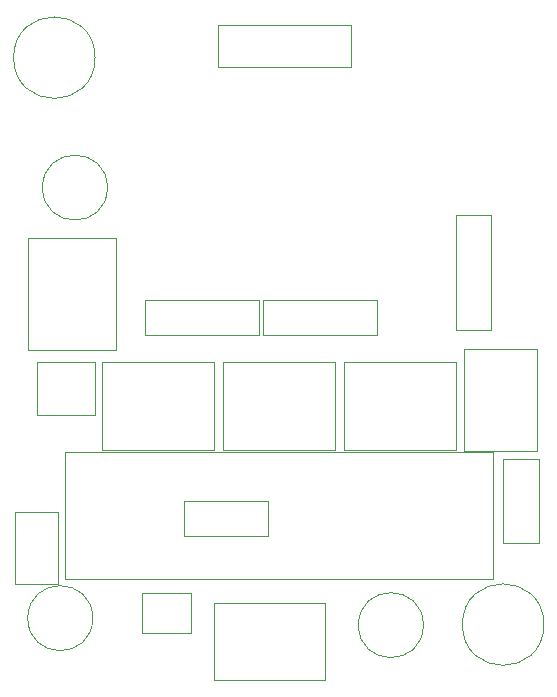
<source format=gbr>
%TF.GenerationSoftware,KiCad,Pcbnew,(6.0.2-0)*%
%TF.CreationDate,2022-04-22T19:08:37+09:30*%
%TF.ProjectId,scrambler,73637261-6d62-46c6-9572-2e6b69636164,1.0*%
%TF.SameCoordinates,Original*%
%TF.FileFunction,Other,User*%
%FSLAX46Y46*%
G04 Gerber Fmt 4.6, Leading zero omitted, Abs format (unit mm)*
G04 Created by KiCad (PCBNEW (6.0.2-0)) date 2022-04-22 19:08:37*
%MOMM*%
%LPD*%
G01*
G04 APERTURE LIST*
%ADD10C,0.050000*%
G04 APERTURE END LIST*
D10*
%TO.C,SW1*%
X38890000Y-51140000D02*
X38890000Y-60140000D01*
X31390000Y-60140000D02*
X31390000Y-51140000D01*
X38890000Y-51140000D02*
X38890000Y-50890000D01*
X38640000Y-60390000D02*
X38890000Y-60390000D01*
X38640000Y-60390000D02*
X31640000Y-60390000D01*
X31390000Y-51140000D02*
X31390000Y-50890000D01*
X31390000Y-50890000D02*
X31640000Y-50890000D01*
X31640000Y-50890000D02*
X38640000Y-50890000D01*
X38890000Y-50890000D02*
X38640000Y-50890000D01*
X38890000Y-60390000D02*
X38890000Y-60140000D01*
X31640000Y-60390000D02*
X31390000Y-60390000D01*
X31390000Y-60390000D02*
X31390000Y-60140000D01*
%TO.C,C3*%
X74640000Y-69590000D02*
X71640000Y-69590000D01*
X74640000Y-76690000D02*
X74640000Y-69590000D01*
X71640000Y-69590000D02*
X71640000Y-76690000D01*
X71640000Y-76690000D02*
X74640000Y-76690000D01*
%TO.C,SW4*%
X58140000Y-61640000D02*
X58140000Y-61390000D01*
X67390000Y-68890000D02*
X67640000Y-68890000D01*
X67640000Y-68890000D02*
X67640000Y-68640000D01*
X67390000Y-61390000D02*
X67640000Y-61390000D01*
X58390000Y-61390000D02*
X67390000Y-61390000D01*
X58140000Y-61390000D02*
X58390000Y-61390000D01*
X58140000Y-68640000D02*
X58140000Y-61640000D01*
X58140000Y-68890000D02*
X58390000Y-68890000D01*
X67640000Y-61390000D02*
X67640000Y-61640000D01*
X58140000Y-68640000D02*
X58140000Y-68890000D01*
X67390000Y-68890000D02*
X58390000Y-68890000D01*
X67640000Y-61640000D02*
X67640000Y-68640000D01*
%TO.C,C1*%
X36890000Y-83095113D02*
G75*
G03*
X36890000Y-83095113I-2750000J0D01*
G01*
%TO.C,C2*%
X64890000Y-83684888D02*
G75*
G03*
X64890000Y-83684888I-2750000J0D01*
G01*
%TO.C,R3*%
X51000000Y-59140000D02*
X51000000Y-56140000D01*
X51000000Y-56140000D02*
X41280000Y-56140000D01*
X41280000Y-59140000D02*
X51000000Y-59140000D01*
X41280000Y-56140000D02*
X41280000Y-59140000D01*
%TO.C,SW3*%
X57390000Y-61390000D02*
X57390000Y-61640000D01*
X47890000Y-61640000D02*
X47890000Y-61390000D01*
X47890000Y-68640000D02*
X47890000Y-61640000D01*
X48140000Y-61390000D02*
X57140000Y-61390000D01*
X47890000Y-61390000D02*
X48140000Y-61390000D01*
X57390000Y-68890000D02*
X57390000Y-68640000D01*
X47890000Y-68890000D02*
X48140000Y-68890000D01*
X57140000Y-68890000D02*
X57390000Y-68890000D01*
X57140000Y-61390000D02*
X57390000Y-61390000D01*
X57390000Y-61640000D02*
X57390000Y-68640000D01*
X47890000Y-68640000D02*
X47890000Y-68890000D01*
X57140000Y-68890000D02*
X48140000Y-68890000D01*
%TO.C,SW5*%
X37640000Y-61640000D02*
X37640000Y-61390000D01*
X37640000Y-68640000D02*
X37640000Y-68890000D01*
X47140000Y-61640000D02*
X47140000Y-68640000D01*
X46890000Y-68890000D02*
X47140000Y-68890000D01*
X46890000Y-68890000D02*
X37890000Y-68890000D01*
X37640000Y-68890000D02*
X37890000Y-68890000D01*
X37640000Y-68640000D02*
X37640000Y-61640000D01*
X47140000Y-61390000D02*
X47140000Y-61640000D01*
X47140000Y-68890000D02*
X47140000Y-68640000D01*
X37640000Y-61390000D02*
X37890000Y-61390000D01*
X37890000Y-61390000D02*
X46890000Y-61390000D01*
X46890000Y-61390000D02*
X47140000Y-61390000D01*
%TO.C,C5*%
X38140000Y-46640000D02*
G75*
G03*
X38140000Y-46640000I-2750000J0D01*
G01*
%TO.C,U1*%
X41090000Y-84340000D02*
X45190000Y-84340000D01*
X45190000Y-80940000D02*
X41090000Y-80940000D01*
X45190000Y-84340000D02*
X45190000Y-80940000D01*
X41090000Y-80940000D02*
X41090000Y-84340000D01*
%TO.C,C4*%
X44590000Y-73140000D02*
X44590000Y-76140000D01*
X51690000Y-73140000D02*
X44590000Y-73140000D01*
X44590000Y-76140000D02*
X51690000Y-76140000D01*
X51690000Y-76140000D02*
X51690000Y-73140000D01*
%TO.C,R2*%
X51280000Y-56140000D02*
X51280000Y-59140000D01*
X61000000Y-56140000D02*
X51280000Y-56140000D01*
X51280000Y-59140000D02*
X61000000Y-59140000D01*
X61000000Y-59140000D02*
X61000000Y-56140000D01*
%TO.C,REF\u002A\u002A*%
X75090000Y-83640000D02*
G75*
G03*
X75090000Y-83640000I-3450000J0D01*
G01*
%TO.C,R1*%
X67640000Y-48970000D02*
X67640000Y-58690000D01*
X70640000Y-58690000D02*
X70640000Y-48970000D01*
X70640000Y-48970000D02*
X67640000Y-48970000D01*
X67640000Y-58690000D02*
X70640000Y-58690000D01*
%TO.C,D1*%
X37065000Y-65890000D02*
X37065000Y-61390000D01*
X37065000Y-61390000D02*
X32215000Y-61390000D01*
X32215000Y-65890000D02*
X37065000Y-65890000D01*
X32215000Y-61390000D02*
X32215000Y-65890000D01*
%TO.C,BT1*%
X30340000Y-74065000D02*
X30340000Y-80215000D01*
X33940000Y-74065000D02*
X30340000Y-74065000D01*
X33940000Y-80215000D02*
X33940000Y-74065000D01*
X30340000Y-80215000D02*
X33940000Y-80215000D01*
%TO.C,J3*%
X47190000Y-88340000D02*
X47190000Y-81840000D01*
X56590000Y-88340000D02*
X47190000Y-88340000D01*
X47190000Y-81840000D02*
X56590000Y-81840000D01*
X56590000Y-81840000D02*
X56590000Y-88340000D01*
%TO.C,J1*%
X58740000Y-36440000D02*
X58740000Y-32840000D01*
X47540000Y-32840000D02*
X47540000Y-36440000D01*
X47540000Y-36440000D02*
X58740000Y-36440000D01*
X58740000Y-32840000D02*
X47540000Y-32840000D01*
%TO.C,REF\u002A\u002A*%
X37090000Y-35640000D02*
G75*
G03*
X37090000Y-35640000I-3450000J0D01*
G01*
%TO.C,U2*%
X34540000Y-69040000D02*
X34540000Y-79740000D01*
X70790000Y-69040000D02*
X34540000Y-69040000D01*
X70790000Y-79740000D02*
X70790000Y-69040000D01*
X34540000Y-79740000D02*
X70790000Y-79740000D01*
%TO.C,J2*%
X74490000Y-68965000D02*
X74490000Y-60315000D01*
X68340000Y-68965000D02*
X74490000Y-68965000D01*
X74490000Y-60315000D02*
X68340000Y-60315000D01*
X68340000Y-60315000D02*
X68340000Y-68965000D01*
%TD*%
M02*

</source>
